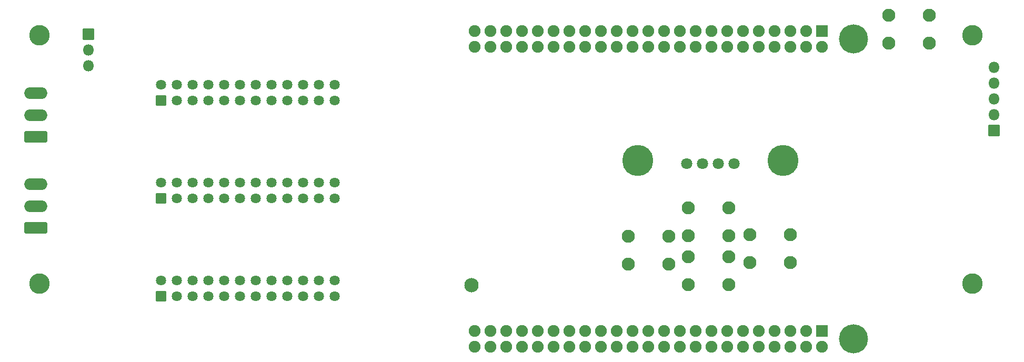
<source format=gbr>
%TF.GenerationSoftware,KiCad,Pcbnew,(6.0.7)*%
%TF.CreationDate,2022-08-24T09:29:56-04:00*%
%TF.ProjectId,BBB_16_Flex,4242425f-3136-45f4-966c-65782e6b6963,v2*%
%TF.SameCoordinates,Original*%
%TF.FileFunction,Soldermask,Bot*%
%TF.FilePolarity,Negative*%
%FSLAX46Y46*%
G04 Gerber Fmt 4.6, Leading zero omitted, Abs format (unit mm)*
G04 Created by KiCad (PCBNEW (6.0.7)) date 2022-08-24 09:29:56*
%MOMM*%
%LPD*%
G01*
G04 APERTURE LIST*
G04 Aperture macros list*
%AMRoundRect*
0 Rectangle with rounded corners*
0 $1 Rounding radius*
0 $2 $3 $4 $5 $6 $7 $8 $9 X,Y pos of 4 corners*
0 Add a 4 corners polygon primitive as box body*
4,1,4,$2,$3,$4,$5,$6,$7,$8,$9,$2,$3,0*
0 Add four circle primitives for the rounded corners*
1,1,$1+$1,$2,$3*
1,1,$1+$1,$4,$5*
1,1,$1+$1,$6,$7*
1,1,$1+$1,$8,$9*
0 Add four rect primitives between the rounded corners*
20,1,$1+$1,$2,$3,$4,$5,0*
20,1,$1+$1,$4,$5,$6,$7,0*
20,1,$1+$1,$6,$7,$8,$9,0*
20,1,$1+$1,$8,$9,$2,$3,0*%
G04 Aperture macros list end*
%ADD10C,5.000000*%
%ADD11C,1.802000*%
%ADD12RoundRect,0.051000X0.850000X0.850000X-0.850000X0.850000X-0.850000X-0.850000X0.850000X-0.850000X0*%
%ADD13O,1.802000X1.802000*%
%ADD14C,3.302000*%
%ADD15RoundRect,0.301000X1.550000X-0.650000X1.550000X0.650000X-1.550000X0.650000X-1.550000X-0.650000X0*%
%ADD16O,3.702000X1.902000*%
%ADD17C,2.102000*%
%ADD18RoundRect,0.051000X-0.765000X-0.765000X0.765000X-0.765000X0.765000X0.765000X-0.765000X0.765000X0*%
%ADD19C,1.632000*%
%ADD20RoundRect,0.051000X-0.850000X-0.850000X0.850000X-0.850000X0.850000X0.850000X-0.850000X0.850000X0*%
%ADD21RoundRect,0.051000X-0.900000X-0.900000X0.900000X-0.900000X0.900000X0.900000X-0.900000X0.900000X0*%
%ADD22C,1.902000*%
%ADD23C,4.674000*%
%ADD24C,2.302000*%
G04 APERTURE END LIST*
D10*
%TO.C,J5*%
X189010000Y-97544000D03*
X212310000Y-97544000D03*
D11*
X196860000Y-98044000D03*
X199360000Y-98044000D03*
X201960000Y-98044000D03*
X204460000Y-98044000D03*
%TD*%
D12*
%TO.C,J4*%
X246278400Y-92671900D03*
D13*
X246278400Y-90131900D03*
X246278400Y-87591900D03*
X246278400Y-85051900D03*
X246278400Y-82511900D03*
%TD*%
D14*
%TO.C,REF\u002A\u002A*%
X92710000Y-117348000D03*
%TD*%
%TO.C,REF\u002A\u002A*%
X242824000Y-117348000D03*
%TD*%
%TO.C,REF\u002A\u002A*%
X92710000Y-77343000D03*
%TD*%
D15*
%TO.C,J7*%
X92127280Y-108386120D03*
D16*
X92127280Y-104886120D03*
X92127280Y-101386120D03*
%TD*%
D14*
%TO.C,REF\u002A\u002A*%
X242824000Y-77343000D03*
%TD*%
D15*
%TO.C,J8*%
X92147600Y-93735400D03*
D16*
X92147600Y-90235400D03*
X92147600Y-86735400D03*
%TD*%
D17*
%TO.C,SW1*%
X235862000Y-74168000D03*
X229362000Y-74168000D03*
X229362000Y-78668000D03*
X235862000Y-78668000D03*
%TD*%
D18*
%TO.C,J2*%
X112268000Y-103632000D03*
D19*
X112268000Y-101092000D03*
X114808000Y-103632000D03*
X114808000Y-101092000D03*
X117348000Y-103632000D03*
X117348000Y-101092000D03*
X119888000Y-103632000D03*
X119888000Y-101092000D03*
X122428000Y-103632000D03*
X122428000Y-101092000D03*
X124968000Y-103632000D03*
X124968000Y-101092000D03*
X127508000Y-103632000D03*
X127508000Y-101092000D03*
X130048000Y-103632000D03*
X130048000Y-101092000D03*
X132588000Y-103632000D03*
X132588000Y-101092000D03*
X135128000Y-103632000D03*
X135128000Y-101092000D03*
X137668000Y-103632000D03*
X137668000Y-101092000D03*
X140208000Y-103632000D03*
X140208000Y-101092000D03*
%TD*%
D20*
%TO.C,J9*%
X100616000Y-77234000D03*
D13*
X100616000Y-79774000D03*
X100616000Y-82314000D03*
%TD*%
D18*
%TO.C,J1*%
X112268000Y-87884000D03*
D19*
X112268000Y-85344000D03*
X114808000Y-87884000D03*
X114808000Y-85344000D03*
X117348000Y-87884000D03*
X117348000Y-85344000D03*
X119888000Y-87884000D03*
X119888000Y-85344000D03*
X122428000Y-87884000D03*
X122428000Y-85344000D03*
X124968000Y-87884000D03*
X124968000Y-85344000D03*
X127508000Y-87884000D03*
X127508000Y-85344000D03*
X130048000Y-87884000D03*
X130048000Y-85344000D03*
X132588000Y-87884000D03*
X132588000Y-85344000D03*
X135128000Y-87884000D03*
X135128000Y-85344000D03*
X137668000Y-87884000D03*
X137668000Y-85344000D03*
X140208000Y-87884000D03*
X140208000Y-85344000D03*
%TD*%
D18*
%TO.C,J3*%
X112268000Y-119380000D03*
D19*
X112268000Y-116840000D03*
X114808000Y-119380000D03*
X114808000Y-116840000D03*
X117348000Y-119380000D03*
X117348000Y-116840000D03*
X119888000Y-119380000D03*
X119888000Y-116840000D03*
X122428000Y-119380000D03*
X122428000Y-116840000D03*
X124968000Y-119380000D03*
X124968000Y-116840000D03*
X127508000Y-119380000D03*
X127508000Y-116840000D03*
X130048000Y-119380000D03*
X130048000Y-116840000D03*
X132588000Y-119380000D03*
X132588000Y-116840000D03*
X135128000Y-119380000D03*
X135128000Y-116840000D03*
X137668000Y-119380000D03*
X137668000Y-116840000D03*
X140208000Y-119380000D03*
X140208000Y-116840000D03*
%TD*%
D21*
%TO.C,U1*%
X218567000Y-124968000D03*
D22*
X218567000Y-127508000D03*
X216027000Y-124968000D03*
X216027000Y-127508000D03*
X213487000Y-124968000D03*
X213487000Y-127508000D03*
X210947000Y-124968000D03*
X210947000Y-127508000D03*
X208407000Y-124968000D03*
X208407000Y-127508000D03*
X205867000Y-124968000D03*
X205867000Y-127508000D03*
X203327000Y-124968000D03*
X203327000Y-127508000D03*
X200787000Y-124968000D03*
X200787000Y-127508000D03*
X198247000Y-124968000D03*
X198247000Y-127508000D03*
X195707000Y-124968000D03*
X195707000Y-127508000D03*
X193167000Y-124968000D03*
X193167000Y-127508000D03*
X190627000Y-124968000D03*
X190627000Y-127508000D03*
X188087000Y-124968000D03*
X188087000Y-127508000D03*
X185547000Y-124968000D03*
X185547000Y-127508000D03*
X183007000Y-124968000D03*
X183007000Y-127508000D03*
X180467000Y-124968000D03*
X180467000Y-127508000D03*
X177927000Y-124968000D03*
X177927000Y-127508000D03*
X175387000Y-124968000D03*
X175387000Y-127508000D03*
X172847000Y-124968000D03*
X172847000Y-127508000D03*
X170307000Y-124968000D03*
X170307000Y-127508000D03*
X167767000Y-124968000D03*
X167767000Y-127508000D03*
X165227000Y-124968000D03*
X165227000Y-127508000D03*
X162687000Y-124968000D03*
X162687000Y-127508000D03*
D21*
X218567000Y-76708000D03*
D22*
X218567000Y-79248000D03*
X216027000Y-76708000D03*
X216027000Y-79248000D03*
X213487000Y-76708000D03*
X213487000Y-79248000D03*
X210947000Y-76708000D03*
X210947000Y-79248000D03*
X208407000Y-76708000D03*
X208407000Y-79248000D03*
X205867000Y-76708000D03*
X205867000Y-79248000D03*
X203327000Y-76708000D03*
X203327000Y-79248000D03*
X200787000Y-76708000D03*
X200787000Y-79248000D03*
X198247000Y-76708000D03*
X198247000Y-79248000D03*
X195707000Y-76708000D03*
X195707000Y-79248000D03*
X193167000Y-76708000D03*
X193167000Y-79248000D03*
X190627000Y-76708000D03*
X190627000Y-79248000D03*
X188087000Y-76708000D03*
X188087000Y-79248000D03*
X185547000Y-76708000D03*
X185547000Y-79248000D03*
X183007000Y-76708000D03*
X183007000Y-79248000D03*
X180467000Y-76708000D03*
X180467000Y-79248000D03*
X177927000Y-76708000D03*
X177927000Y-79248000D03*
X175387000Y-76708000D03*
X175387000Y-79248000D03*
X172847000Y-76708000D03*
X172847000Y-79248000D03*
X170307000Y-76708000D03*
X170307000Y-79248000D03*
X167767000Y-76708000D03*
X167767000Y-79248000D03*
X165227000Y-76708000D03*
X165227000Y-79248000D03*
X162687000Y-76708000D03*
X162687000Y-79248000D03*
D23*
X223647000Y-77978000D03*
X223647000Y-126238000D03*
%TD*%
D17*
%TO.C,SW5*%
X207010000Y-109474000D03*
X213510000Y-109474000D03*
X213510000Y-113974000D03*
X207010000Y-113974000D03*
%TD*%
%TO.C,SW4*%
X193952000Y-109728000D03*
X187452000Y-109728000D03*
X187452000Y-114228000D03*
X193952000Y-114228000D03*
%TD*%
%TO.C,SW2*%
X197104000Y-105156000D03*
X203604000Y-105156000D03*
X197104000Y-109656000D03*
X203604000Y-109656000D03*
%TD*%
%TO.C,SW3*%
X197104000Y-113030000D03*
X203604000Y-113030000D03*
X203604000Y-117530000D03*
X197104000Y-117530000D03*
%TD*%
D24*
%TO.C,S2*%
X162216000Y-117634000D03*
%TD*%
M02*

</source>
